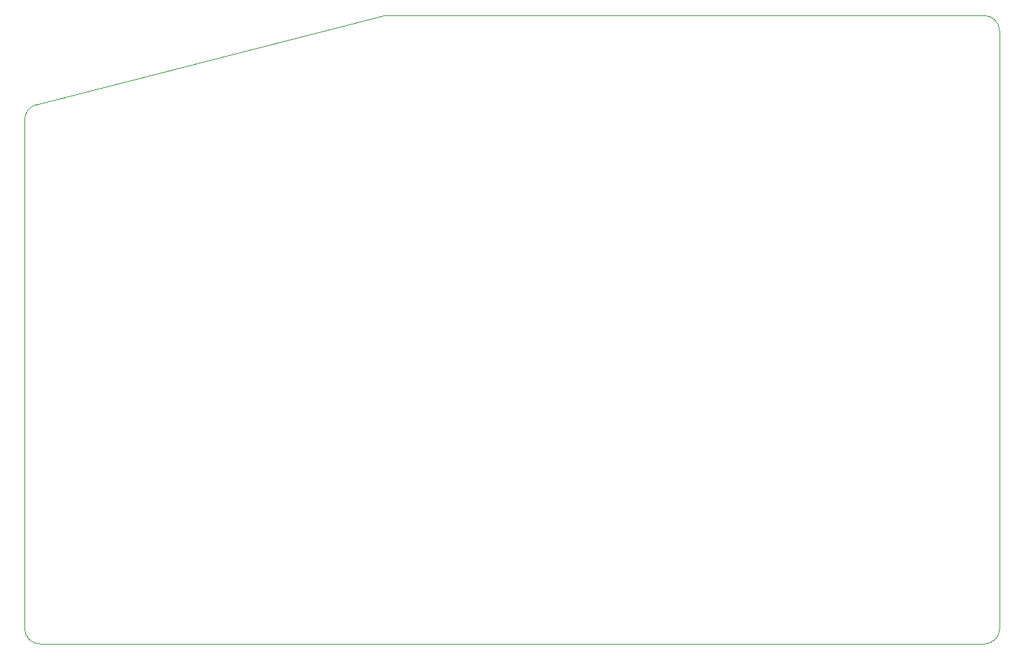
<source format=gbr>
%TF.GenerationSoftware,KiCad,Pcbnew,(5.1.9)-1*%
%TF.CreationDate,2021-07-17T19:18:11-05:00*%
%TF.ProjectId,TartarSauce,54617274-6172-4536-9175-63652e6b6963,rev?*%
%TF.SameCoordinates,Original*%
%TF.FileFunction,Profile,NP*%
%FSLAX46Y46*%
G04 Gerber Fmt 4.6, Leading zero omitted, Abs format (unit mm)*
G04 Created by KiCad (PCBNEW (5.1.9)-1) date 2021-07-17 19:18:11*
%MOMM*%
%LPD*%
G01*
G04 APERTURE LIST*
%TA.AperFunction,Profile*%
%ADD10C,0.050000*%
%TD*%
G04 APERTURE END LIST*
D10*
X73025000Y-32385000D02*
X145415000Y-32385000D01*
X29210000Y-46990000D02*
X29210000Y-45085000D01*
X29210000Y-45085000D02*
G75*
G02*
X30583046Y-43180000I2008046J0D01*
G01*
X72422586Y-32482758D02*
X30583046Y-43180000D01*
X72422586Y-32482758D02*
G75*
G02*
X73025000Y-32385000I602414J-1807242D01*
G01*
X147320000Y-106680000D02*
X147320000Y-34290000D01*
X147320000Y-106680000D02*
G75*
G02*
X145415000Y-108585000I-1905000J0D01*
G01*
X31115000Y-108585000D02*
X145415000Y-108585000D01*
X31115000Y-108585000D02*
G75*
G02*
X29210000Y-106680000I0J1905000D01*
G01*
X145415000Y-32385000D02*
G75*
G02*
X147320000Y-34290000I0J-1905000D01*
G01*
X29210000Y-46990000D02*
X29210000Y-106680000D01*
M02*

</source>
